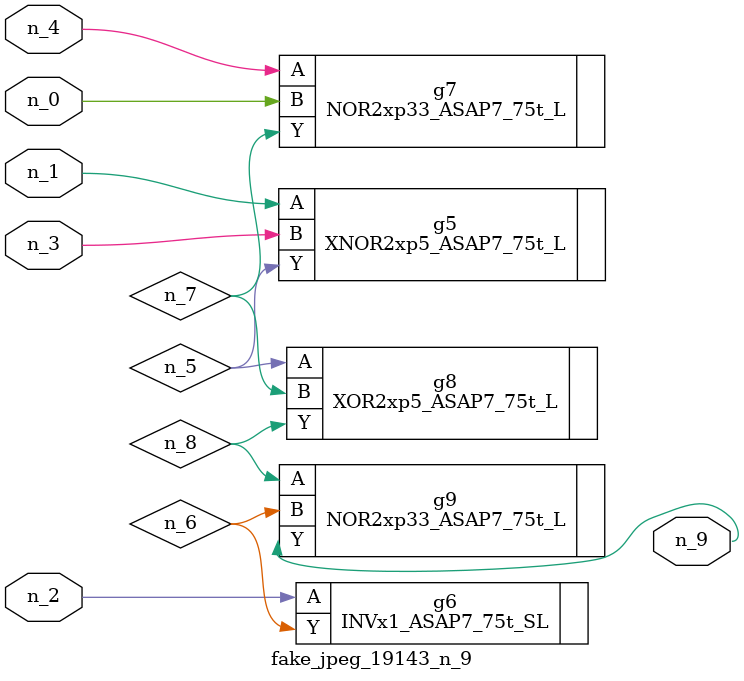
<source format=v>
module fake_jpeg_19143_n_9 (n_3, n_2, n_1, n_0, n_4, n_9);

input n_3;
input n_2;
input n_1;
input n_0;
input n_4;

output n_9;

wire n_8;
wire n_6;
wire n_5;
wire n_7;

XNOR2xp5_ASAP7_75t_L g5 ( 
.A(n_1),
.B(n_3),
.Y(n_5)
);

INVx1_ASAP7_75t_SL g6 ( 
.A(n_2),
.Y(n_6)
);

NOR2xp33_ASAP7_75t_L g7 ( 
.A(n_4),
.B(n_0),
.Y(n_7)
);

XOR2xp5_ASAP7_75t_L g8 ( 
.A(n_5),
.B(n_7),
.Y(n_8)
);

NOR2xp33_ASAP7_75t_L g9 ( 
.A(n_8),
.B(n_6),
.Y(n_9)
);


endmodule
</source>
